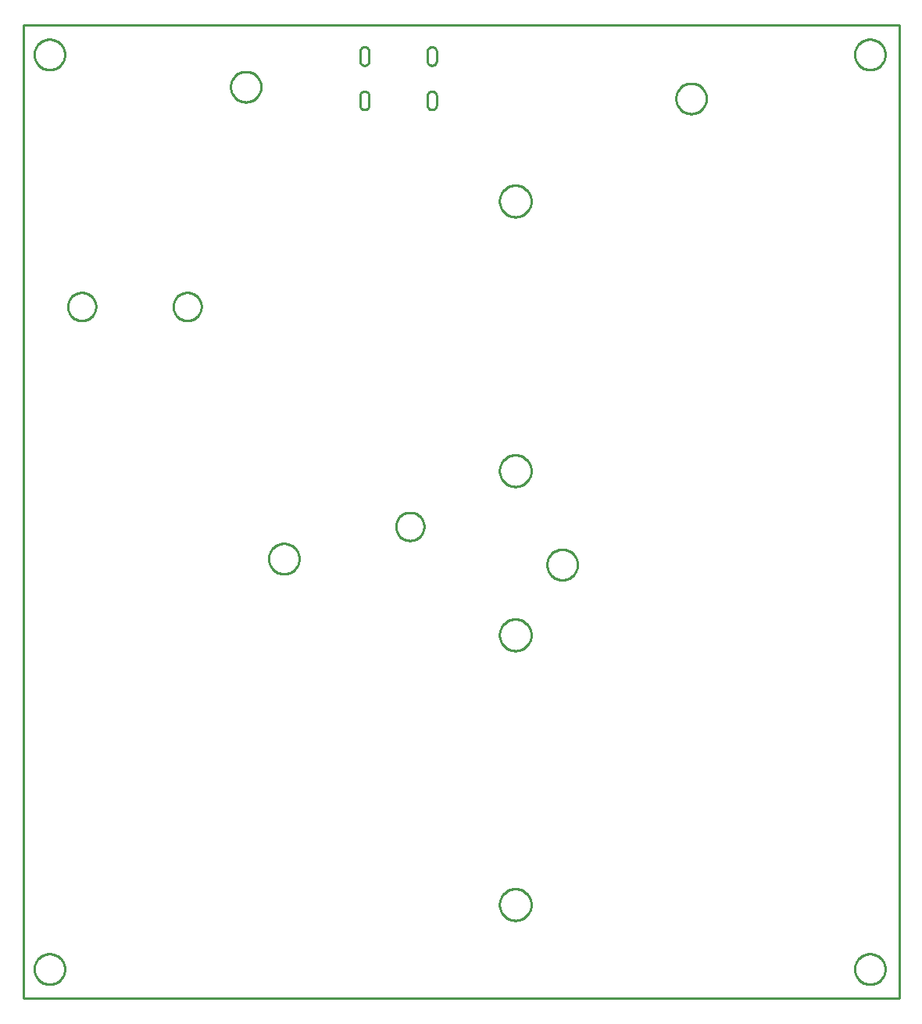
<source format=gbr>
G04 EAGLE Gerber RS-274X export*
G75*
%MOMM*%
%FSLAX34Y34*%
%LPD*%
%IN*%
%IPPOS*%
%AMOC8*
5,1,8,0,0,1.08239X$1,22.5*%
G01*
%ADD10C,0.254000*%


D10*
X-25400Y-88900D02*
X923800Y-88900D01*
X923800Y965100D01*
X-25400Y965100D01*
X-25400Y-88900D01*
X339500Y878700D02*
X339519Y878264D01*
X339576Y877832D01*
X339670Y877406D01*
X339802Y876990D01*
X339968Y876587D01*
X340170Y876200D01*
X340404Y875832D01*
X340670Y875486D01*
X340964Y875164D01*
X341286Y874870D01*
X341632Y874604D01*
X342000Y874370D01*
X342387Y874168D01*
X342790Y874002D01*
X343206Y873870D01*
X343632Y873776D01*
X344064Y873719D01*
X344500Y873700D01*
X344936Y873719D01*
X345368Y873776D01*
X345794Y873870D01*
X346210Y874002D01*
X346613Y874168D01*
X347000Y874370D01*
X347368Y874604D01*
X347714Y874870D01*
X348036Y875164D01*
X348330Y875486D01*
X348596Y875832D01*
X348830Y876200D01*
X349032Y876587D01*
X349198Y876990D01*
X349330Y877406D01*
X349424Y877832D01*
X349481Y878264D01*
X349500Y878700D01*
X349500Y888700D01*
X349481Y889136D01*
X349424Y889568D01*
X349330Y889994D01*
X349198Y890410D01*
X349032Y890813D01*
X348830Y891200D01*
X348596Y891568D01*
X348330Y891914D01*
X348036Y892236D01*
X347714Y892530D01*
X347368Y892796D01*
X347000Y893030D01*
X346613Y893232D01*
X346210Y893398D01*
X345794Y893530D01*
X345368Y893624D01*
X344936Y893681D01*
X344500Y893700D01*
X344064Y893681D01*
X343632Y893624D01*
X343206Y893530D01*
X342790Y893398D01*
X342387Y893232D01*
X342000Y893030D01*
X341632Y892796D01*
X341286Y892530D01*
X340964Y892236D01*
X340670Y891914D01*
X340404Y891568D01*
X340170Y891200D01*
X339968Y890813D01*
X339802Y890410D01*
X339670Y889994D01*
X339576Y889568D01*
X339519Y889136D01*
X339500Y888700D01*
X339500Y878700D01*
X412500Y878700D02*
X412519Y878264D01*
X412576Y877832D01*
X412670Y877406D01*
X412802Y876990D01*
X412968Y876587D01*
X413170Y876200D01*
X413404Y875832D01*
X413670Y875486D01*
X413964Y875164D01*
X414286Y874870D01*
X414632Y874604D01*
X415000Y874370D01*
X415387Y874168D01*
X415790Y874002D01*
X416206Y873870D01*
X416632Y873776D01*
X417064Y873719D01*
X417500Y873700D01*
X417936Y873719D01*
X418368Y873776D01*
X418794Y873870D01*
X419210Y874002D01*
X419613Y874168D01*
X420000Y874370D01*
X420368Y874604D01*
X420714Y874870D01*
X421036Y875164D01*
X421330Y875486D01*
X421596Y875832D01*
X421830Y876200D01*
X422032Y876587D01*
X422198Y876990D01*
X422330Y877406D01*
X422424Y877832D01*
X422481Y878264D01*
X422500Y878700D01*
X422500Y888700D01*
X422481Y889136D01*
X422424Y889568D01*
X422330Y889994D01*
X422198Y890410D01*
X422032Y890813D01*
X421830Y891200D01*
X421596Y891568D01*
X421330Y891914D01*
X421036Y892236D01*
X420714Y892530D01*
X420368Y892796D01*
X420000Y893030D01*
X419613Y893232D01*
X419210Y893398D01*
X418794Y893530D01*
X418368Y893624D01*
X417936Y893681D01*
X417500Y893700D01*
X417064Y893681D01*
X416632Y893624D01*
X416206Y893530D01*
X415790Y893398D01*
X415387Y893232D01*
X415000Y893030D01*
X414632Y892796D01*
X414286Y892530D01*
X413964Y892236D01*
X413670Y891914D01*
X413404Y891568D01*
X413170Y891200D01*
X412968Y890813D01*
X412802Y890410D01*
X412670Y889994D01*
X412576Y889568D01*
X412519Y889136D01*
X412500Y888700D01*
X412500Y878700D01*
X339500Y926700D02*
X339519Y926264D01*
X339576Y925832D01*
X339670Y925406D01*
X339802Y924990D01*
X339968Y924587D01*
X340170Y924200D01*
X340404Y923832D01*
X340670Y923486D01*
X340964Y923164D01*
X341286Y922870D01*
X341632Y922604D01*
X342000Y922370D01*
X342387Y922168D01*
X342790Y922002D01*
X343206Y921870D01*
X343632Y921776D01*
X344064Y921719D01*
X344500Y921700D01*
X344936Y921719D01*
X345368Y921776D01*
X345794Y921870D01*
X346210Y922002D01*
X346613Y922168D01*
X347000Y922370D01*
X347368Y922604D01*
X347714Y922870D01*
X348036Y923164D01*
X348330Y923486D01*
X348596Y923832D01*
X348830Y924200D01*
X349032Y924587D01*
X349198Y924990D01*
X349330Y925406D01*
X349424Y925832D01*
X349481Y926264D01*
X349500Y926700D01*
X349500Y936700D01*
X349481Y937136D01*
X349424Y937568D01*
X349330Y937994D01*
X349198Y938410D01*
X349032Y938813D01*
X348830Y939200D01*
X348596Y939568D01*
X348330Y939914D01*
X348036Y940236D01*
X347714Y940530D01*
X347368Y940796D01*
X347000Y941030D01*
X346613Y941232D01*
X346210Y941398D01*
X345794Y941530D01*
X345368Y941624D01*
X344936Y941681D01*
X344500Y941700D01*
X344064Y941681D01*
X343632Y941624D01*
X343206Y941530D01*
X342790Y941398D01*
X342387Y941232D01*
X342000Y941030D01*
X341632Y940796D01*
X341286Y940530D01*
X340964Y940236D01*
X340670Y939914D01*
X340404Y939568D01*
X340170Y939200D01*
X339968Y938813D01*
X339802Y938410D01*
X339670Y937994D01*
X339576Y937568D01*
X339519Y937136D01*
X339500Y936700D01*
X339500Y926700D01*
X412500Y926700D02*
X412519Y926264D01*
X412576Y925832D01*
X412670Y925406D01*
X412802Y924990D01*
X412968Y924587D01*
X413170Y924200D01*
X413404Y923832D01*
X413670Y923486D01*
X413964Y923164D01*
X414286Y922870D01*
X414632Y922604D01*
X415000Y922370D01*
X415387Y922168D01*
X415790Y922002D01*
X416206Y921870D01*
X416632Y921776D01*
X417064Y921719D01*
X417500Y921700D01*
X417936Y921719D01*
X418368Y921776D01*
X418794Y921870D01*
X419210Y922002D01*
X419613Y922168D01*
X420000Y922370D01*
X420368Y922604D01*
X420714Y922870D01*
X421036Y923164D01*
X421330Y923486D01*
X421596Y923832D01*
X421830Y924200D01*
X422032Y924587D01*
X422198Y924990D01*
X422330Y925406D01*
X422424Y925832D01*
X422481Y926264D01*
X422500Y926700D01*
X422500Y936700D01*
X422481Y937136D01*
X422424Y937568D01*
X422330Y937994D01*
X422198Y938410D01*
X422032Y938813D01*
X421830Y939200D01*
X421596Y939568D01*
X421330Y939914D01*
X421036Y940236D01*
X420714Y940530D01*
X420368Y940796D01*
X420000Y941030D01*
X419613Y941232D01*
X419210Y941398D01*
X418794Y941530D01*
X418368Y941624D01*
X417936Y941681D01*
X417500Y941700D01*
X417064Y941681D01*
X416632Y941624D01*
X416206Y941530D01*
X415790Y941398D01*
X415387Y941232D01*
X415000Y941030D01*
X414632Y940796D01*
X414286Y940530D01*
X413964Y940236D01*
X413670Y939914D01*
X413404Y939568D01*
X413170Y939200D01*
X412968Y938813D01*
X412802Y938410D01*
X412670Y937994D01*
X412576Y937568D01*
X412519Y937136D01*
X412500Y936700D01*
X412500Y926700D01*
X699040Y902335D02*
X700119Y902264D01*
X701191Y902123D01*
X702251Y901912D01*
X703295Y901633D01*
X704319Y901285D01*
X705317Y900871D01*
X706287Y900393D01*
X707223Y899853D01*
X708122Y899252D01*
X708979Y898594D01*
X709792Y897882D01*
X710557Y897117D01*
X711269Y896304D01*
X711927Y895447D01*
X712528Y894548D01*
X713068Y893612D01*
X713546Y892642D01*
X713960Y891644D01*
X714308Y890620D01*
X714587Y889576D01*
X714798Y888516D01*
X714939Y887444D01*
X715010Y886365D01*
X715010Y885285D01*
X714939Y884206D01*
X714798Y883134D01*
X714587Y882074D01*
X714308Y881030D01*
X713960Y880006D01*
X713546Y879008D01*
X713068Y878038D01*
X712528Y877102D01*
X711927Y876203D01*
X711269Y875346D01*
X710557Y874533D01*
X709792Y873769D01*
X708979Y873056D01*
X708122Y872398D01*
X707223Y871797D01*
X706287Y871257D01*
X705317Y870779D01*
X704319Y870365D01*
X703295Y870017D01*
X702251Y869738D01*
X701191Y869527D01*
X700119Y869386D01*
X699040Y869315D01*
X697960Y869315D01*
X696881Y869386D01*
X695809Y869527D01*
X694749Y869738D01*
X693705Y870017D01*
X692681Y870365D01*
X691683Y870779D01*
X690713Y871257D01*
X689777Y871797D01*
X688878Y872398D01*
X688021Y873056D01*
X687208Y873769D01*
X686444Y874533D01*
X685731Y875346D01*
X685073Y876203D01*
X684472Y877102D01*
X683932Y878038D01*
X683454Y879008D01*
X683040Y880006D01*
X682692Y881030D01*
X682413Y882074D01*
X682202Y883134D01*
X682061Y884206D01*
X681990Y885285D01*
X681990Y886365D01*
X682061Y887444D01*
X682202Y888516D01*
X682413Y889576D01*
X682692Y890620D01*
X683040Y891644D01*
X683454Y892642D01*
X683932Y893612D01*
X684472Y894548D01*
X685073Y895447D01*
X685731Y896304D01*
X686444Y897117D01*
X687208Y897882D01*
X688021Y898594D01*
X688878Y899252D01*
X689777Y899853D01*
X690713Y900393D01*
X691683Y900871D01*
X692681Y901285D01*
X693705Y901633D01*
X694749Y901912D01*
X695809Y902123D01*
X696881Y902264D01*
X697960Y902335D01*
X699040Y902335D01*
X216440Y915035D02*
X217519Y914964D01*
X218591Y914823D01*
X219651Y914612D01*
X220695Y914333D01*
X221719Y913985D01*
X222717Y913571D01*
X223687Y913093D01*
X224623Y912553D01*
X225522Y911952D01*
X226379Y911294D01*
X227192Y910582D01*
X227957Y909817D01*
X228669Y909004D01*
X229327Y908147D01*
X229928Y907248D01*
X230468Y906312D01*
X230946Y905342D01*
X231360Y904344D01*
X231708Y903320D01*
X231987Y902276D01*
X232198Y901216D01*
X232339Y900144D01*
X232410Y899065D01*
X232410Y897985D01*
X232339Y896906D01*
X232198Y895834D01*
X231987Y894774D01*
X231708Y893730D01*
X231360Y892706D01*
X230946Y891708D01*
X230468Y890738D01*
X229928Y889802D01*
X229327Y888903D01*
X228669Y888046D01*
X227957Y887233D01*
X227192Y886469D01*
X226379Y885756D01*
X225522Y885098D01*
X224623Y884497D01*
X223687Y883957D01*
X222717Y883479D01*
X221719Y883065D01*
X220695Y882717D01*
X219651Y882438D01*
X218591Y882227D01*
X217519Y882086D01*
X216440Y882015D01*
X215360Y882015D01*
X214281Y882086D01*
X213209Y882227D01*
X212149Y882438D01*
X211105Y882717D01*
X210081Y883065D01*
X209083Y883479D01*
X208113Y883957D01*
X207177Y884497D01*
X206278Y885098D01*
X205421Y885756D01*
X204608Y886469D01*
X203844Y887233D01*
X203131Y888046D01*
X202473Y888903D01*
X201872Y889802D01*
X201332Y890738D01*
X200854Y891708D01*
X200440Y892706D01*
X200092Y893730D01*
X199813Y894774D01*
X199602Y895834D01*
X199461Y896906D01*
X199390Y897985D01*
X199390Y899065D01*
X199461Y900144D01*
X199602Y901216D01*
X199813Y902276D01*
X200092Y903320D01*
X200440Y904344D01*
X200854Y905342D01*
X201332Y906312D01*
X201872Y907248D01*
X202473Y908147D01*
X203131Y909004D01*
X203844Y909817D01*
X204608Y910582D01*
X205421Y911294D01*
X206278Y911952D01*
X207177Y912553D01*
X208113Y913093D01*
X209083Y913571D01*
X210081Y913985D01*
X211105Y914333D01*
X212149Y914612D01*
X213209Y914823D01*
X214281Y914964D01*
X215360Y915035D01*
X216440Y915035D01*
X257715Y403860D02*
X258794Y403789D01*
X259866Y403648D01*
X260926Y403437D01*
X261970Y403158D01*
X262994Y402810D01*
X263992Y402396D01*
X264962Y401918D01*
X265898Y401378D01*
X266797Y400777D01*
X267654Y400119D01*
X268467Y399407D01*
X269232Y398642D01*
X269944Y397829D01*
X270602Y396972D01*
X271203Y396073D01*
X271743Y395137D01*
X272221Y394167D01*
X272635Y393169D01*
X272983Y392145D01*
X273262Y391101D01*
X273473Y390041D01*
X273614Y388969D01*
X273685Y387890D01*
X273685Y386810D01*
X273614Y385731D01*
X273473Y384659D01*
X273262Y383599D01*
X272983Y382555D01*
X272635Y381531D01*
X272221Y380533D01*
X271743Y379563D01*
X271203Y378627D01*
X270602Y377728D01*
X269944Y376871D01*
X269232Y376058D01*
X268467Y375294D01*
X267654Y374581D01*
X266797Y373923D01*
X265898Y373322D01*
X264962Y372782D01*
X263992Y372304D01*
X262994Y371890D01*
X261970Y371542D01*
X260926Y371263D01*
X259866Y371052D01*
X258794Y370911D01*
X257715Y370840D01*
X256635Y370840D01*
X255556Y370911D01*
X254484Y371052D01*
X253424Y371263D01*
X252380Y371542D01*
X251356Y371890D01*
X250358Y372304D01*
X249388Y372782D01*
X248452Y373322D01*
X247553Y373923D01*
X246696Y374581D01*
X245883Y375294D01*
X245119Y376058D01*
X244406Y376871D01*
X243748Y377728D01*
X243147Y378627D01*
X242607Y379563D01*
X242129Y380533D01*
X241715Y381531D01*
X241367Y382555D01*
X241088Y383599D01*
X240877Y384659D01*
X240736Y385731D01*
X240665Y386810D01*
X240665Y387890D01*
X240736Y388969D01*
X240877Y390041D01*
X241088Y391101D01*
X241367Y392145D01*
X241715Y393169D01*
X242129Y394167D01*
X242607Y395137D01*
X243147Y396073D01*
X243748Y396972D01*
X244406Y397829D01*
X245119Y398642D01*
X245883Y399407D01*
X246696Y400119D01*
X247553Y400777D01*
X248452Y401378D01*
X249388Y401918D01*
X250358Y402396D01*
X251356Y402810D01*
X252380Y403158D01*
X253424Y403437D01*
X254484Y403648D01*
X255556Y403789D01*
X256635Y403860D01*
X257715Y403860D01*
X559340Y397510D02*
X560419Y397439D01*
X561491Y397298D01*
X562551Y397087D01*
X563595Y396808D01*
X564619Y396460D01*
X565617Y396046D01*
X566587Y395568D01*
X567523Y395028D01*
X568422Y394427D01*
X569279Y393769D01*
X570092Y393057D01*
X570857Y392292D01*
X571569Y391479D01*
X572227Y390622D01*
X572828Y389723D01*
X573368Y388787D01*
X573846Y387817D01*
X574260Y386819D01*
X574608Y385795D01*
X574887Y384751D01*
X575098Y383691D01*
X575239Y382619D01*
X575310Y381540D01*
X575310Y380460D01*
X575239Y379381D01*
X575098Y378309D01*
X574887Y377249D01*
X574608Y376205D01*
X574260Y375181D01*
X573846Y374183D01*
X573368Y373213D01*
X572828Y372277D01*
X572227Y371378D01*
X571569Y370521D01*
X570857Y369708D01*
X570092Y368944D01*
X569279Y368231D01*
X568422Y367573D01*
X567523Y366972D01*
X566587Y366432D01*
X565617Y365954D01*
X564619Y365540D01*
X563595Y365192D01*
X562551Y364913D01*
X561491Y364702D01*
X560419Y364561D01*
X559340Y364490D01*
X558260Y364490D01*
X557181Y364561D01*
X556109Y364702D01*
X555049Y364913D01*
X554005Y365192D01*
X552981Y365540D01*
X551983Y365954D01*
X551013Y366432D01*
X550077Y366972D01*
X549178Y367573D01*
X548321Y368231D01*
X547508Y368944D01*
X546744Y369708D01*
X546031Y370521D01*
X545373Y371378D01*
X544772Y372277D01*
X544232Y373213D01*
X543754Y374183D01*
X543340Y375181D01*
X542992Y376205D01*
X542713Y377249D01*
X542502Y378309D01*
X542361Y379381D01*
X542290Y380460D01*
X542290Y381540D01*
X542361Y382619D01*
X542502Y383691D01*
X542713Y384751D01*
X542992Y385795D01*
X543340Y386819D01*
X543754Y387817D01*
X544232Y388787D01*
X544772Y389723D01*
X545373Y390622D01*
X546031Y391479D01*
X546744Y392292D01*
X547508Y393057D01*
X548321Y393769D01*
X549178Y394427D01*
X550077Y395028D01*
X551013Y395568D01*
X551983Y396046D01*
X552981Y396460D01*
X554005Y396808D01*
X555049Y397087D01*
X556109Y397298D01*
X557181Y397439D01*
X558260Y397510D01*
X559340Y397510D01*
X525145Y304239D02*
X525072Y303119D01*
X524925Y302006D01*
X524706Y300905D01*
X524416Y299820D01*
X524055Y298757D01*
X523625Y297720D01*
X523129Y296714D01*
X522567Y295741D01*
X521944Y294808D01*
X521260Y293918D01*
X520520Y293074D01*
X519726Y292280D01*
X518883Y291540D01*
X517992Y290856D01*
X517059Y290233D01*
X516086Y289671D01*
X515080Y289175D01*
X514043Y288745D01*
X512980Y288384D01*
X511895Y288094D01*
X510794Y287875D01*
X509681Y287728D01*
X508561Y287655D01*
X507439Y287655D01*
X506319Y287728D01*
X505206Y287875D01*
X504105Y288094D01*
X503020Y288384D01*
X501957Y288745D01*
X500920Y289175D01*
X499914Y289671D01*
X498941Y290233D01*
X498008Y290856D01*
X497118Y291540D01*
X496274Y292280D01*
X495480Y293074D01*
X494740Y293918D01*
X494056Y294808D01*
X493433Y295741D01*
X492871Y296714D01*
X492375Y297720D01*
X491945Y298757D01*
X491584Y299820D01*
X491294Y300905D01*
X491075Y302006D01*
X490928Y303119D01*
X490855Y304239D01*
X490855Y305361D01*
X490928Y306481D01*
X491075Y307594D01*
X491294Y308695D01*
X491584Y309780D01*
X491945Y310843D01*
X492375Y311880D01*
X492871Y312886D01*
X493433Y313859D01*
X494056Y314792D01*
X494740Y315683D01*
X495480Y316526D01*
X496274Y317320D01*
X497118Y318060D01*
X498008Y318744D01*
X498941Y319367D01*
X499914Y319929D01*
X500920Y320425D01*
X501957Y320855D01*
X503020Y321216D01*
X504105Y321506D01*
X505206Y321725D01*
X506319Y321872D01*
X507439Y321945D01*
X508561Y321945D01*
X509681Y321872D01*
X510794Y321725D01*
X511895Y321506D01*
X512980Y321216D01*
X514043Y320855D01*
X515080Y320425D01*
X516086Y319929D01*
X517059Y319367D01*
X517992Y318744D01*
X518883Y318060D01*
X519726Y317320D01*
X520520Y316526D01*
X521260Y315683D01*
X521944Y314792D01*
X522567Y313859D01*
X523129Y312886D01*
X523625Y311880D01*
X524055Y310843D01*
X524416Y309780D01*
X524706Y308695D01*
X524925Y307594D01*
X525072Y306481D01*
X525145Y305361D01*
X525145Y304239D01*
X525145Y12139D02*
X525072Y11019D01*
X524925Y9906D01*
X524706Y8805D01*
X524416Y7720D01*
X524055Y6657D01*
X523625Y5620D01*
X523129Y4614D01*
X522567Y3641D01*
X521944Y2708D01*
X521260Y1818D01*
X520520Y974D01*
X519726Y180D01*
X518883Y-560D01*
X517992Y-1244D01*
X517059Y-1867D01*
X516086Y-2429D01*
X515080Y-2925D01*
X514043Y-3355D01*
X512980Y-3716D01*
X511895Y-4006D01*
X510794Y-4225D01*
X509681Y-4372D01*
X508561Y-4445D01*
X507439Y-4445D01*
X506319Y-4372D01*
X505206Y-4225D01*
X504105Y-4006D01*
X503020Y-3716D01*
X501957Y-3355D01*
X500920Y-2925D01*
X499914Y-2429D01*
X498941Y-1867D01*
X498008Y-1244D01*
X497118Y-560D01*
X496274Y180D01*
X495480Y974D01*
X494740Y1818D01*
X494056Y2708D01*
X493433Y3641D01*
X492871Y4614D01*
X492375Y5620D01*
X491945Y6657D01*
X491584Y7720D01*
X491294Y8805D01*
X491075Y9906D01*
X490928Y11019D01*
X490855Y12139D01*
X490855Y13261D01*
X490928Y14381D01*
X491075Y15494D01*
X491294Y16595D01*
X491584Y17680D01*
X491945Y18743D01*
X492375Y19780D01*
X492871Y20786D01*
X493433Y21759D01*
X494056Y22692D01*
X494740Y23583D01*
X495480Y24426D01*
X496274Y25220D01*
X497118Y25960D01*
X498008Y26644D01*
X498941Y27267D01*
X499914Y27829D01*
X500920Y28325D01*
X501957Y28755D01*
X503020Y29116D01*
X504105Y29406D01*
X505206Y29625D01*
X506319Y29772D01*
X507439Y29845D01*
X508561Y29845D01*
X509681Y29772D01*
X510794Y29625D01*
X511895Y29406D01*
X512980Y29116D01*
X514043Y28755D01*
X515080Y28325D01*
X516086Y27829D01*
X517059Y27267D01*
X517992Y26644D01*
X518883Y25960D01*
X519726Y25220D01*
X520520Y24426D01*
X521260Y23583D01*
X521944Y22692D01*
X522567Y21759D01*
X523129Y20786D01*
X523625Y19780D01*
X524055Y18743D01*
X524416Y17680D01*
X524706Y16595D01*
X524925Y15494D01*
X525072Y14381D01*
X525145Y13261D01*
X525145Y12139D01*
X525145Y774139D02*
X525072Y773019D01*
X524925Y771906D01*
X524706Y770805D01*
X524416Y769720D01*
X524055Y768657D01*
X523625Y767620D01*
X523129Y766614D01*
X522567Y765641D01*
X521944Y764708D01*
X521260Y763818D01*
X520520Y762974D01*
X519726Y762180D01*
X518883Y761440D01*
X517992Y760756D01*
X517059Y760133D01*
X516086Y759571D01*
X515080Y759075D01*
X514043Y758645D01*
X512980Y758284D01*
X511895Y757994D01*
X510794Y757775D01*
X509681Y757628D01*
X508561Y757555D01*
X507439Y757555D01*
X506319Y757628D01*
X505206Y757775D01*
X504105Y757994D01*
X503020Y758284D01*
X501957Y758645D01*
X500920Y759075D01*
X499914Y759571D01*
X498941Y760133D01*
X498008Y760756D01*
X497118Y761440D01*
X496274Y762180D01*
X495480Y762974D01*
X494740Y763818D01*
X494056Y764708D01*
X493433Y765641D01*
X492871Y766614D01*
X492375Y767620D01*
X491945Y768657D01*
X491584Y769720D01*
X491294Y770805D01*
X491075Y771906D01*
X490928Y773019D01*
X490855Y774139D01*
X490855Y775261D01*
X490928Y776381D01*
X491075Y777494D01*
X491294Y778595D01*
X491584Y779680D01*
X491945Y780743D01*
X492375Y781780D01*
X492871Y782786D01*
X493433Y783759D01*
X494056Y784692D01*
X494740Y785583D01*
X495480Y786426D01*
X496274Y787220D01*
X497118Y787960D01*
X498008Y788644D01*
X498941Y789267D01*
X499914Y789829D01*
X500920Y790325D01*
X501957Y790755D01*
X503020Y791116D01*
X504105Y791406D01*
X505206Y791625D01*
X506319Y791772D01*
X507439Y791845D01*
X508561Y791845D01*
X509681Y791772D01*
X510794Y791625D01*
X511895Y791406D01*
X512980Y791116D01*
X514043Y790755D01*
X515080Y790325D01*
X516086Y789829D01*
X517059Y789267D01*
X517992Y788644D01*
X518883Y787960D01*
X519726Y787220D01*
X520520Y786426D01*
X521260Y785583D01*
X521944Y784692D01*
X522567Y783759D01*
X523129Y782786D01*
X523625Y781780D01*
X524055Y780743D01*
X524416Y779680D01*
X524706Y778595D01*
X524925Y777494D01*
X525072Y776381D01*
X525145Y775261D01*
X525145Y774139D01*
X525145Y482039D02*
X525072Y480919D01*
X524925Y479806D01*
X524706Y478705D01*
X524416Y477620D01*
X524055Y476557D01*
X523625Y475520D01*
X523129Y474514D01*
X522567Y473541D01*
X521944Y472608D01*
X521260Y471718D01*
X520520Y470874D01*
X519726Y470080D01*
X518883Y469340D01*
X517992Y468656D01*
X517059Y468033D01*
X516086Y467471D01*
X515080Y466975D01*
X514043Y466545D01*
X512980Y466184D01*
X511895Y465894D01*
X510794Y465675D01*
X509681Y465528D01*
X508561Y465455D01*
X507439Y465455D01*
X506319Y465528D01*
X505206Y465675D01*
X504105Y465894D01*
X503020Y466184D01*
X501957Y466545D01*
X500920Y466975D01*
X499914Y467471D01*
X498941Y468033D01*
X498008Y468656D01*
X497118Y469340D01*
X496274Y470080D01*
X495480Y470874D01*
X494740Y471718D01*
X494056Y472608D01*
X493433Y473541D01*
X492871Y474514D01*
X492375Y475520D01*
X491945Y476557D01*
X491584Y477620D01*
X491294Y478705D01*
X491075Y479806D01*
X490928Y480919D01*
X490855Y482039D01*
X490855Y483161D01*
X490928Y484281D01*
X491075Y485394D01*
X491294Y486495D01*
X491584Y487580D01*
X491945Y488643D01*
X492375Y489680D01*
X492871Y490686D01*
X493433Y491659D01*
X494056Y492592D01*
X494740Y493483D01*
X495480Y494326D01*
X496274Y495120D01*
X497118Y495860D01*
X498008Y496544D01*
X498941Y497167D01*
X499914Y497729D01*
X500920Y498225D01*
X501957Y498655D01*
X503020Y499016D01*
X504105Y499306D01*
X505206Y499525D01*
X506319Y499672D01*
X507439Y499745D01*
X508561Y499745D01*
X509681Y499672D01*
X510794Y499525D01*
X511895Y499306D01*
X512980Y499016D01*
X514043Y498655D01*
X515080Y498225D01*
X516086Y497729D01*
X517059Y497167D01*
X517992Y496544D01*
X518883Y495860D01*
X519726Y495120D01*
X520520Y494326D01*
X521260Y493483D01*
X521944Y492592D01*
X522567Y491659D01*
X523129Y490686D01*
X523625Y489680D01*
X524055Y488643D01*
X524416Y487580D01*
X524706Y486495D01*
X524925Y485394D01*
X525072Y484281D01*
X525145Y483161D01*
X525145Y482039D01*
X408940Y421731D02*
X408862Y420645D01*
X408707Y419567D01*
X408476Y418504D01*
X408169Y417459D01*
X407789Y416439D01*
X407337Y415449D01*
X406815Y414494D01*
X406226Y413578D01*
X405574Y412706D01*
X404861Y411884D01*
X404091Y411114D01*
X403269Y410401D01*
X402397Y409749D01*
X401481Y409160D01*
X400526Y408638D01*
X399536Y408186D01*
X398516Y407806D01*
X397471Y407499D01*
X396408Y407268D01*
X395330Y407113D01*
X394244Y407035D01*
X393156Y407035D01*
X392070Y407113D01*
X390992Y407268D01*
X389929Y407499D01*
X388884Y407806D01*
X387864Y408186D01*
X386874Y408638D01*
X385919Y409160D01*
X385003Y409749D01*
X384131Y410401D01*
X383309Y411114D01*
X382539Y411884D01*
X381826Y412706D01*
X381174Y413578D01*
X380585Y414494D01*
X380063Y415449D01*
X379611Y416439D01*
X379231Y417459D01*
X378924Y418504D01*
X378693Y419567D01*
X378538Y420645D01*
X378460Y421731D01*
X378460Y422819D01*
X378538Y423905D01*
X378693Y424983D01*
X378924Y426046D01*
X379231Y427091D01*
X379611Y428111D01*
X380063Y429101D01*
X380585Y430056D01*
X381174Y430972D01*
X381826Y431844D01*
X382539Y432666D01*
X383309Y433436D01*
X384131Y434149D01*
X385003Y434801D01*
X385919Y435390D01*
X386874Y435912D01*
X387864Y436364D01*
X388884Y436744D01*
X389929Y437051D01*
X390992Y437282D01*
X392070Y437437D01*
X393156Y437515D01*
X394244Y437515D01*
X395330Y437437D01*
X396408Y437282D01*
X397471Y437051D01*
X398516Y436744D01*
X399536Y436364D01*
X400526Y435912D01*
X401481Y435390D01*
X402397Y434801D01*
X403269Y434149D01*
X404091Y433436D01*
X404861Y432666D01*
X405574Y431844D01*
X406226Y430972D01*
X406815Y430056D01*
X407337Y429101D01*
X407789Y428111D01*
X408169Y427091D01*
X408476Y426046D01*
X408707Y424983D01*
X408862Y423905D01*
X408940Y422819D01*
X408940Y421731D01*
X167640Y659856D02*
X167562Y658770D01*
X167407Y657692D01*
X167176Y656629D01*
X166869Y655584D01*
X166489Y654564D01*
X166037Y653574D01*
X165515Y652619D01*
X164926Y651703D01*
X164274Y650831D01*
X163561Y650009D01*
X162791Y649239D01*
X161969Y648526D01*
X161097Y647874D01*
X160181Y647285D01*
X159226Y646763D01*
X158236Y646311D01*
X157216Y645931D01*
X156171Y645624D01*
X155108Y645393D01*
X154030Y645238D01*
X152944Y645160D01*
X151856Y645160D01*
X150770Y645238D01*
X149692Y645393D01*
X148629Y645624D01*
X147584Y645931D01*
X146564Y646311D01*
X145574Y646763D01*
X144619Y647285D01*
X143703Y647874D01*
X142831Y648526D01*
X142009Y649239D01*
X141239Y650009D01*
X140526Y650831D01*
X139874Y651703D01*
X139285Y652619D01*
X138763Y653574D01*
X138311Y654564D01*
X137931Y655584D01*
X137624Y656629D01*
X137393Y657692D01*
X137238Y658770D01*
X137160Y659856D01*
X137160Y660944D01*
X137238Y662030D01*
X137393Y663108D01*
X137624Y664171D01*
X137931Y665216D01*
X138311Y666236D01*
X138763Y667226D01*
X139285Y668181D01*
X139874Y669097D01*
X140526Y669969D01*
X141239Y670791D01*
X142009Y671561D01*
X142831Y672274D01*
X143703Y672926D01*
X144619Y673515D01*
X145574Y674037D01*
X146564Y674489D01*
X147584Y674869D01*
X148629Y675176D01*
X149692Y675407D01*
X150770Y675562D01*
X151856Y675640D01*
X152944Y675640D01*
X154030Y675562D01*
X155108Y675407D01*
X156171Y675176D01*
X157216Y674869D01*
X158236Y674489D01*
X159226Y674037D01*
X160181Y673515D01*
X161097Y672926D01*
X161969Y672274D01*
X162791Y671561D01*
X163561Y670791D01*
X164274Y669969D01*
X164926Y669097D01*
X165515Y668181D01*
X166037Y667226D01*
X166489Y666236D01*
X166869Y665216D01*
X167176Y664171D01*
X167407Y663108D01*
X167562Y662030D01*
X167640Y660944D01*
X167640Y659856D01*
X53340Y659856D02*
X53262Y658770D01*
X53107Y657692D01*
X52876Y656629D01*
X52569Y655584D01*
X52189Y654564D01*
X51737Y653574D01*
X51215Y652619D01*
X50626Y651703D01*
X49974Y650831D01*
X49261Y650009D01*
X48491Y649239D01*
X47669Y648526D01*
X46797Y647874D01*
X45881Y647285D01*
X44926Y646763D01*
X43936Y646311D01*
X42916Y645931D01*
X41871Y645624D01*
X40808Y645393D01*
X39730Y645238D01*
X38644Y645160D01*
X37556Y645160D01*
X36470Y645238D01*
X35392Y645393D01*
X34329Y645624D01*
X33284Y645931D01*
X32264Y646311D01*
X31274Y646763D01*
X30319Y647285D01*
X29403Y647874D01*
X28531Y648526D01*
X27709Y649239D01*
X26939Y650009D01*
X26226Y650831D01*
X25574Y651703D01*
X24985Y652619D01*
X24463Y653574D01*
X24011Y654564D01*
X23631Y655584D01*
X23324Y656629D01*
X23093Y657692D01*
X22938Y658770D01*
X22860Y659856D01*
X22860Y660944D01*
X22938Y662030D01*
X23093Y663108D01*
X23324Y664171D01*
X23631Y665216D01*
X24011Y666236D01*
X24463Y667226D01*
X24985Y668181D01*
X25574Y669097D01*
X26226Y669969D01*
X26939Y670791D01*
X27709Y671561D01*
X28531Y672274D01*
X29403Y672926D01*
X30319Y673515D01*
X31274Y674037D01*
X32264Y674489D01*
X33284Y674869D01*
X34329Y675176D01*
X35392Y675407D01*
X36470Y675562D01*
X37556Y675640D01*
X38644Y675640D01*
X39730Y675562D01*
X40808Y675407D01*
X41871Y675176D01*
X42916Y674869D01*
X43936Y674489D01*
X44926Y674037D01*
X45881Y673515D01*
X46797Y672926D01*
X47669Y672274D01*
X48491Y671561D01*
X49261Y670791D01*
X49974Y669969D01*
X50626Y669097D01*
X51215Y668181D01*
X51737Y667226D01*
X52189Y666236D01*
X52569Y665216D01*
X52876Y664171D01*
X53107Y663108D01*
X53262Y662030D01*
X53340Y660944D01*
X53340Y659856D01*
X892715Y-40640D02*
X893794Y-40711D01*
X894866Y-40852D01*
X895926Y-41063D01*
X896970Y-41342D01*
X897994Y-41690D01*
X898992Y-42104D01*
X899962Y-42582D01*
X900898Y-43122D01*
X901797Y-43723D01*
X902654Y-44381D01*
X903467Y-45094D01*
X904232Y-45858D01*
X904944Y-46671D01*
X905602Y-47528D01*
X906203Y-48427D01*
X906743Y-49363D01*
X907221Y-50333D01*
X907635Y-51331D01*
X907983Y-52355D01*
X908262Y-53399D01*
X908473Y-54459D01*
X908614Y-55531D01*
X908685Y-56610D01*
X908685Y-57690D01*
X908614Y-58769D01*
X908473Y-59841D01*
X908262Y-60901D01*
X907983Y-61945D01*
X907635Y-62969D01*
X907221Y-63967D01*
X906743Y-64937D01*
X906203Y-65873D01*
X905602Y-66772D01*
X904944Y-67629D01*
X904232Y-68442D01*
X903467Y-69207D01*
X902654Y-69919D01*
X901797Y-70577D01*
X900898Y-71178D01*
X899962Y-71718D01*
X898992Y-72196D01*
X897994Y-72610D01*
X896970Y-72958D01*
X895926Y-73237D01*
X894866Y-73448D01*
X893794Y-73589D01*
X892715Y-73660D01*
X891635Y-73660D01*
X890556Y-73589D01*
X889484Y-73448D01*
X888424Y-73237D01*
X887380Y-72958D01*
X886356Y-72610D01*
X885358Y-72196D01*
X884388Y-71718D01*
X883452Y-71178D01*
X882553Y-70577D01*
X881696Y-69919D01*
X880883Y-69207D01*
X880119Y-68442D01*
X879406Y-67629D01*
X878748Y-66772D01*
X878147Y-65873D01*
X877607Y-64937D01*
X877129Y-63967D01*
X876715Y-62969D01*
X876367Y-61945D01*
X876088Y-60901D01*
X875877Y-59841D01*
X875736Y-58769D01*
X875665Y-57690D01*
X875665Y-56610D01*
X875736Y-55531D01*
X875877Y-54459D01*
X876088Y-53399D01*
X876367Y-52355D01*
X876715Y-51331D01*
X877129Y-50333D01*
X877607Y-49363D01*
X878147Y-48427D01*
X878748Y-47528D01*
X879406Y-46671D01*
X880119Y-45858D01*
X880883Y-45094D01*
X881696Y-44381D01*
X882553Y-43723D01*
X883452Y-43122D01*
X884388Y-42582D01*
X885358Y-42104D01*
X886356Y-41690D01*
X887380Y-41342D01*
X888424Y-41063D01*
X889484Y-40852D01*
X890556Y-40711D01*
X891635Y-40640D01*
X892715Y-40640D01*
X3715Y-40640D02*
X4794Y-40711D01*
X5866Y-40852D01*
X6926Y-41063D01*
X7970Y-41342D01*
X8994Y-41690D01*
X9992Y-42104D01*
X10962Y-42582D01*
X11898Y-43122D01*
X12797Y-43723D01*
X13654Y-44381D01*
X14467Y-45094D01*
X15232Y-45858D01*
X15944Y-46671D01*
X16602Y-47528D01*
X17203Y-48427D01*
X17743Y-49363D01*
X18221Y-50333D01*
X18635Y-51331D01*
X18983Y-52355D01*
X19262Y-53399D01*
X19473Y-54459D01*
X19614Y-55531D01*
X19685Y-56610D01*
X19685Y-57690D01*
X19614Y-58769D01*
X19473Y-59841D01*
X19262Y-60901D01*
X18983Y-61945D01*
X18635Y-62969D01*
X18221Y-63967D01*
X17743Y-64937D01*
X17203Y-65873D01*
X16602Y-66772D01*
X15944Y-67629D01*
X15232Y-68442D01*
X14467Y-69207D01*
X13654Y-69919D01*
X12797Y-70577D01*
X11898Y-71178D01*
X10962Y-71718D01*
X9992Y-72196D01*
X8994Y-72610D01*
X7970Y-72958D01*
X6926Y-73237D01*
X5866Y-73448D01*
X4794Y-73589D01*
X3715Y-73660D01*
X2635Y-73660D01*
X1556Y-73589D01*
X484Y-73448D01*
X-576Y-73237D01*
X-1620Y-72958D01*
X-2644Y-72610D01*
X-3642Y-72196D01*
X-4612Y-71718D01*
X-5548Y-71178D01*
X-6447Y-70577D01*
X-7304Y-69919D01*
X-8117Y-69207D01*
X-8882Y-68442D01*
X-9594Y-67629D01*
X-10252Y-66772D01*
X-10853Y-65873D01*
X-11393Y-64937D01*
X-11871Y-63967D01*
X-12285Y-62969D01*
X-12633Y-61945D01*
X-12912Y-60901D01*
X-13123Y-59841D01*
X-13264Y-58769D01*
X-13335Y-57690D01*
X-13335Y-56610D01*
X-13264Y-55531D01*
X-13123Y-54459D01*
X-12912Y-53399D01*
X-12633Y-52355D01*
X-12285Y-51331D01*
X-11871Y-50333D01*
X-11393Y-49363D01*
X-10853Y-48427D01*
X-10252Y-47528D01*
X-9594Y-46671D01*
X-8882Y-45858D01*
X-8117Y-45094D01*
X-7304Y-44381D01*
X-6447Y-43723D01*
X-5548Y-43122D01*
X-4612Y-42582D01*
X-3642Y-42104D01*
X-2644Y-41690D01*
X-1620Y-41342D01*
X-576Y-41063D01*
X484Y-40852D01*
X1556Y-40711D01*
X2635Y-40640D01*
X3715Y-40640D01*
X3715Y949960D02*
X4794Y949889D01*
X5866Y949748D01*
X6926Y949537D01*
X7970Y949258D01*
X8994Y948910D01*
X9992Y948496D01*
X10962Y948018D01*
X11898Y947478D01*
X12797Y946877D01*
X13654Y946219D01*
X14467Y945507D01*
X15232Y944742D01*
X15944Y943929D01*
X16602Y943072D01*
X17203Y942173D01*
X17743Y941237D01*
X18221Y940267D01*
X18635Y939269D01*
X18983Y938245D01*
X19262Y937201D01*
X19473Y936141D01*
X19614Y935069D01*
X19685Y933990D01*
X19685Y932910D01*
X19614Y931831D01*
X19473Y930759D01*
X19262Y929699D01*
X18983Y928655D01*
X18635Y927631D01*
X18221Y926633D01*
X17743Y925663D01*
X17203Y924727D01*
X16602Y923828D01*
X15944Y922971D01*
X15232Y922158D01*
X14467Y921394D01*
X13654Y920681D01*
X12797Y920023D01*
X11898Y919422D01*
X10962Y918882D01*
X9992Y918404D01*
X8994Y917990D01*
X7970Y917642D01*
X6926Y917363D01*
X5866Y917152D01*
X4794Y917011D01*
X3715Y916940D01*
X2635Y916940D01*
X1556Y917011D01*
X484Y917152D01*
X-576Y917363D01*
X-1620Y917642D01*
X-2644Y917990D01*
X-3642Y918404D01*
X-4612Y918882D01*
X-5548Y919422D01*
X-6447Y920023D01*
X-7304Y920681D01*
X-8117Y921394D01*
X-8882Y922158D01*
X-9594Y922971D01*
X-10252Y923828D01*
X-10853Y924727D01*
X-11393Y925663D01*
X-11871Y926633D01*
X-12285Y927631D01*
X-12633Y928655D01*
X-12912Y929699D01*
X-13123Y930759D01*
X-13264Y931831D01*
X-13335Y932910D01*
X-13335Y933990D01*
X-13264Y935069D01*
X-13123Y936141D01*
X-12912Y937201D01*
X-12633Y938245D01*
X-12285Y939269D01*
X-11871Y940267D01*
X-11393Y941237D01*
X-10853Y942173D01*
X-10252Y943072D01*
X-9594Y943929D01*
X-8882Y944742D01*
X-8117Y945507D01*
X-7304Y946219D01*
X-6447Y946877D01*
X-5548Y947478D01*
X-4612Y948018D01*
X-3642Y948496D01*
X-2644Y948910D01*
X-1620Y949258D01*
X-576Y949537D01*
X484Y949748D01*
X1556Y949889D01*
X2635Y949960D01*
X3715Y949960D01*
X892715Y949960D02*
X893794Y949889D01*
X894866Y949748D01*
X895926Y949537D01*
X896970Y949258D01*
X897994Y948910D01*
X898992Y948496D01*
X899962Y948018D01*
X900898Y947478D01*
X901797Y946877D01*
X902654Y946219D01*
X903467Y945507D01*
X904232Y944742D01*
X904944Y943929D01*
X905602Y943072D01*
X906203Y942173D01*
X906743Y941237D01*
X907221Y940267D01*
X907635Y939269D01*
X907983Y938245D01*
X908262Y937201D01*
X908473Y936141D01*
X908614Y935069D01*
X908685Y933990D01*
X908685Y932910D01*
X908614Y931831D01*
X908473Y930759D01*
X908262Y929699D01*
X907983Y928655D01*
X907635Y927631D01*
X907221Y926633D01*
X906743Y925663D01*
X906203Y924727D01*
X905602Y923828D01*
X904944Y922971D01*
X904232Y922158D01*
X903467Y921394D01*
X902654Y920681D01*
X901797Y920023D01*
X900898Y919422D01*
X899962Y918882D01*
X898992Y918404D01*
X897994Y917990D01*
X896970Y917642D01*
X895926Y917363D01*
X894866Y917152D01*
X893794Y917011D01*
X892715Y916940D01*
X891635Y916940D01*
X890556Y917011D01*
X889484Y917152D01*
X888424Y917363D01*
X887380Y917642D01*
X886356Y917990D01*
X885358Y918404D01*
X884388Y918882D01*
X883452Y919422D01*
X882553Y920023D01*
X881696Y920681D01*
X880883Y921394D01*
X880119Y922158D01*
X879406Y922971D01*
X878748Y923828D01*
X878147Y924727D01*
X877607Y925663D01*
X877129Y926633D01*
X876715Y927631D01*
X876367Y928655D01*
X876088Y929699D01*
X875877Y930759D01*
X875736Y931831D01*
X875665Y932910D01*
X875665Y933990D01*
X875736Y935069D01*
X875877Y936141D01*
X876088Y937201D01*
X876367Y938245D01*
X876715Y939269D01*
X877129Y940267D01*
X877607Y941237D01*
X878147Y942173D01*
X878748Y943072D01*
X879406Y943929D01*
X880119Y944742D01*
X880883Y945507D01*
X881696Y946219D01*
X882553Y946877D01*
X883452Y947478D01*
X884388Y948018D01*
X885358Y948496D01*
X886356Y948910D01*
X887380Y949258D01*
X888424Y949537D01*
X889484Y949748D01*
X890556Y949889D01*
X891635Y949960D01*
X892715Y949960D01*
M02*

</source>
